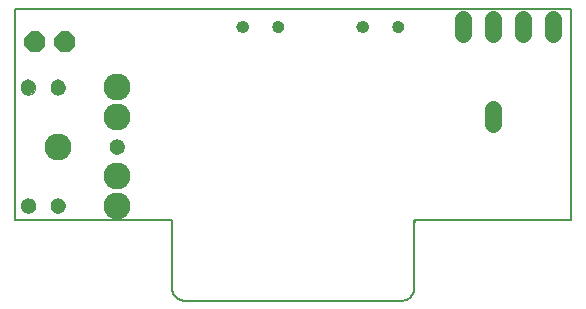
<source format=gbs>
G75*
%MOIN*%
%OFA0B0*%
%FSLAX25Y25*%
%IPPOS*%
%LPD*%
%AMOC8*
5,1,8,0,0,1.08239X$1,22.5*
%
%ADD10C,0.00004*%
%ADD11C,0.00600*%
%ADD12C,0.09000*%
%ADD13C,0.00000*%
%ADD14C,0.05124*%
%ADD15OC8,0.07000*%
%ADD16C,0.03943*%
%ADD17C,0.05600*%
D10*
X0145979Y0053933D02*
X0145891Y0054433D01*
D11*
X0065091Y0054433D02*
X0065091Y0032433D01*
X0065079Y0032301D01*
X0065072Y0032169D01*
X0065068Y0032036D01*
X0065069Y0031904D01*
X0065073Y0031771D01*
X0065081Y0031639D01*
X0065093Y0031507D01*
X0065109Y0031375D01*
X0065129Y0031244D01*
X0065153Y0031114D01*
X0065181Y0030984D01*
X0065212Y0030855D01*
X0065248Y0030727D01*
X0065287Y0030601D01*
X0065330Y0030475D01*
X0065376Y0030351D01*
X0065426Y0030229D01*
X0065480Y0030107D01*
X0065538Y0029988D01*
X0065598Y0029870D01*
X0065663Y0029754D01*
X0065731Y0029640D01*
X0065802Y0029528D01*
X0065876Y0029419D01*
X0065954Y0029311D01*
X0066034Y0029206D01*
X0066118Y0029103D01*
X0066205Y0029003D01*
X0066295Y0028906D01*
X0066387Y0028811D01*
X0066483Y0028719D01*
X0066581Y0028630D01*
X0066682Y0028543D01*
X0066785Y0028460D01*
X0066890Y0028380D01*
X0066998Y0028303D01*
X0067108Y0028229D01*
X0067221Y0028159D01*
X0067335Y0028092D01*
X0067451Y0028028D01*
X0067570Y0027968D01*
X0067689Y0027911D01*
X0067811Y0027858D01*
X0067934Y0027809D01*
X0068058Y0027763D01*
X0068184Y0027721D01*
X0068311Y0027682D01*
X0068439Y0027648D01*
X0068568Y0027617D01*
X0068698Y0027590D01*
X0068828Y0027567D01*
X0068959Y0027548D01*
X0069091Y0027533D01*
X0141891Y0027533D01*
X0142023Y0027548D01*
X0142154Y0027567D01*
X0142284Y0027590D01*
X0142414Y0027617D01*
X0142543Y0027648D01*
X0142671Y0027682D01*
X0142798Y0027721D01*
X0142924Y0027763D01*
X0143048Y0027809D01*
X0143171Y0027858D01*
X0143293Y0027911D01*
X0143412Y0027968D01*
X0143531Y0028028D01*
X0143647Y0028092D01*
X0143761Y0028159D01*
X0143874Y0028229D01*
X0143984Y0028303D01*
X0144092Y0028380D01*
X0144197Y0028460D01*
X0144300Y0028543D01*
X0144401Y0028630D01*
X0144499Y0028719D01*
X0144595Y0028811D01*
X0144687Y0028906D01*
X0144777Y0029003D01*
X0144864Y0029103D01*
X0144948Y0029206D01*
X0145028Y0029311D01*
X0145106Y0029419D01*
X0145180Y0029528D01*
X0145251Y0029640D01*
X0145319Y0029754D01*
X0145384Y0029870D01*
X0145444Y0029988D01*
X0145502Y0030107D01*
X0145556Y0030229D01*
X0145606Y0030351D01*
X0145652Y0030475D01*
X0145695Y0030601D01*
X0145734Y0030727D01*
X0145770Y0030855D01*
X0145801Y0030984D01*
X0145829Y0031114D01*
X0145853Y0031244D01*
X0145873Y0031375D01*
X0145889Y0031507D01*
X0145901Y0031639D01*
X0145909Y0031771D01*
X0145913Y0031904D01*
X0145914Y0032036D01*
X0145910Y0032169D01*
X0145903Y0032301D01*
X0145891Y0032433D01*
X0145891Y0054433D01*
X0198241Y0054433D01*
X0198241Y0124933D01*
X0012741Y0124933D01*
X0012741Y0054433D01*
X0065091Y0054433D01*
D12*
X0046676Y0059248D03*
X0046676Y0069091D03*
X0026991Y0078933D03*
X0046676Y0088776D03*
X0046676Y0098618D03*
D13*
X0024629Y0098618D02*
X0024631Y0098715D01*
X0024637Y0098812D01*
X0024647Y0098908D01*
X0024661Y0099004D01*
X0024679Y0099100D01*
X0024700Y0099194D01*
X0024726Y0099288D01*
X0024755Y0099380D01*
X0024789Y0099471D01*
X0024825Y0099561D01*
X0024866Y0099649D01*
X0024910Y0099735D01*
X0024958Y0099820D01*
X0025009Y0099902D01*
X0025063Y0099983D01*
X0025121Y0100061D01*
X0025182Y0100136D01*
X0025245Y0100209D01*
X0025312Y0100280D01*
X0025382Y0100347D01*
X0025454Y0100412D01*
X0025529Y0100473D01*
X0025607Y0100532D01*
X0025686Y0100587D01*
X0025768Y0100639D01*
X0025852Y0100687D01*
X0025938Y0100732D01*
X0026026Y0100774D01*
X0026115Y0100812D01*
X0026206Y0100846D01*
X0026298Y0100876D01*
X0026391Y0100903D01*
X0026486Y0100925D01*
X0026581Y0100944D01*
X0026677Y0100959D01*
X0026773Y0100970D01*
X0026870Y0100977D01*
X0026967Y0100980D01*
X0027064Y0100979D01*
X0027161Y0100974D01*
X0027257Y0100965D01*
X0027353Y0100952D01*
X0027449Y0100935D01*
X0027544Y0100914D01*
X0027637Y0100890D01*
X0027730Y0100861D01*
X0027822Y0100829D01*
X0027912Y0100793D01*
X0028000Y0100754D01*
X0028087Y0100710D01*
X0028172Y0100664D01*
X0028255Y0100613D01*
X0028336Y0100560D01*
X0028414Y0100503D01*
X0028491Y0100443D01*
X0028564Y0100380D01*
X0028635Y0100314D01*
X0028703Y0100245D01*
X0028769Y0100173D01*
X0028831Y0100099D01*
X0028890Y0100022D01*
X0028946Y0099943D01*
X0028999Y0099861D01*
X0029049Y0099778D01*
X0029094Y0099692D01*
X0029137Y0099605D01*
X0029176Y0099516D01*
X0029211Y0099426D01*
X0029242Y0099334D01*
X0029269Y0099241D01*
X0029293Y0099147D01*
X0029313Y0099052D01*
X0029329Y0098956D01*
X0029341Y0098860D01*
X0029349Y0098763D01*
X0029353Y0098666D01*
X0029353Y0098570D01*
X0029349Y0098473D01*
X0029341Y0098376D01*
X0029329Y0098280D01*
X0029313Y0098184D01*
X0029293Y0098089D01*
X0029269Y0097995D01*
X0029242Y0097902D01*
X0029211Y0097810D01*
X0029176Y0097720D01*
X0029137Y0097631D01*
X0029094Y0097544D01*
X0029049Y0097458D01*
X0028999Y0097375D01*
X0028946Y0097293D01*
X0028890Y0097214D01*
X0028831Y0097137D01*
X0028769Y0097063D01*
X0028703Y0096991D01*
X0028635Y0096922D01*
X0028564Y0096856D01*
X0028491Y0096793D01*
X0028414Y0096733D01*
X0028336Y0096676D01*
X0028255Y0096623D01*
X0028172Y0096572D01*
X0028087Y0096526D01*
X0028000Y0096482D01*
X0027912Y0096443D01*
X0027822Y0096407D01*
X0027730Y0096375D01*
X0027637Y0096346D01*
X0027544Y0096322D01*
X0027449Y0096301D01*
X0027353Y0096284D01*
X0027257Y0096271D01*
X0027161Y0096262D01*
X0027064Y0096257D01*
X0026967Y0096256D01*
X0026870Y0096259D01*
X0026773Y0096266D01*
X0026677Y0096277D01*
X0026581Y0096292D01*
X0026486Y0096311D01*
X0026391Y0096333D01*
X0026298Y0096360D01*
X0026206Y0096390D01*
X0026115Y0096424D01*
X0026026Y0096462D01*
X0025938Y0096504D01*
X0025852Y0096549D01*
X0025768Y0096597D01*
X0025686Y0096649D01*
X0025607Y0096704D01*
X0025529Y0096763D01*
X0025454Y0096824D01*
X0025382Y0096889D01*
X0025312Y0096956D01*
X0025245Y0097027D01*
X0025182Y0097100D01*
X0025121Y0097175D01*
X0025063Y0097253D01*
X0025009Y0097334D01*
X0024958Y0097416D01*
X0024910Y0097501D01*
X0024866Y0097587D01*
X0024825Y0097675D01*
X0024789Y0097765D01*
X0024755Y0097856D01*
X0024726Y0097948D01*
X0024700Y0098042D01*
X0024679Y0098136D01*
X0024661Y0098232D01*
X0024647Y0098328D01*
X0024637Y0098424D01*
X0024631Y0098521D01*
X0024629Y0098618D01*
X0014786Y0098618D02*
X0014788Y0098715D01*
X0014794Y0098812D01*
X0014804Y0098908D01*
X0014818Y0099004D01*
X0014836Y0099100D01*
X0014857Y0099194D01*
X0014883Y0099288D01*
X0014912Y0099380D01*
X0014946Y0099471D01*
X0014982Y0099561D01*
X0015023Y0099649D01*
X0015067Y0099735D01*
X0015115Y0099820D01*
X0015166Y0099902D01*
X0015220Y0099983D01*
X0015278Y0100061D01*
X0015339Y0100136D01*
X0015402Y0100209D01*
X0015469Y0100280D01*
X0015539Y0100347D01*
X0015611Y0100412D01*
X0015686Y0100473D01*
X0015764Y0100532D01*
X0015843Y0100587D01*
X0015925Y0100639D01*
X0016009Y0100687D01*
X0016095Y0100732D01*
X0016183Y0100774D01*
X0016272Y0100812D01*
X0016363Y0100846D01*
X0016455Y0100876D01*
X0016548Y0100903D01*
X0016643Y0100925D01*
X0016738Y0100944D01*
X0016834Y0100959D01*
X0016930Y0100970D01*
X0017027Y0100977D01*
X0017124Y0100980D01*
X0017221Y0100979D01*
X0017318Y0100974D01*
X0017414Y0100965D01*
X0017510Y0100952D01*
X0017606Y0100935D01*
X0017701Y0100914D01*
X0017794Y0100890D01*
X0017887Y0100861D01*
X0017979Y0100829D01*
X0018069Y0100793D01*
X0018157Y0100754D01*
X0018244Y0100710D01*
X0018329Y0100664D01*
X0018412Y0100613D01*
X0018493Y0100560D01*
X0018571Y0100503D01*
X0018648Y0100443D01*
X0018721Y0100380D01*
X0018792Y0100314D01*
X0018860Y0100245D01*
X0018926Y0100173D01*
X0018988Y0100099D01*
X0019047Y0100022D01*
X0019103Y0099943D01*
X0019156Y0099861D01*
X0019206Y0099778D01*
X0019251Y0099692D01*
X0019294Y0099605D01*
X0019333Y0099516D01*
X0019368Y0099426D01*
X0019399Y0099334D01*
X0019426Y0099241D01*
X0019450Y0099147D01*
X0019470Y0099052D01*
X0019486Y0098956D01*
X0019498Y0098860D01*
X0019506Y0098763D01*
X0019510Y0098666D01*
X0019510Y0098570D01*
X0019506Y0098473D01*
X0019498Y0098376D01*
X0019486Y0098280D01*
X0019470Y0098184D01*
X0019450Y0098089D01*
X0019426Y0097995D01*
X0019399Y0097902D01*
X0019368Y0097810D01*
X0019333Y0097720D01*
X0019294Y0097631D01*
X0019251Y0097544D01*
X0019206Y0097458D01*
X0019156Y0097375D01*
X0019103Y0097293D01*
X0019047Y0097214D01*
X0018988Y0097137D01*
X0018926Y0097063D01*
X0018860Y0096991D01*
X0018792Y0096922D01*
X0018721Y0096856D01*
X0018648Y0096793D01*
X0018571Y0096733D01*
X0018493Y0096676D01*
X0018412Y0096623D01*
X0018329Y0096572D01*
X0018244Y0096526D01*
X0018157Y0096482D01*
X0018069Y0096443D01*
X0017979Y0096407D01*
X0017887Y0096375D01*
X0017794Y0096346D01*
X0017701Y0096322D01*
X0017606Y0096301D01*
X0017510Y0096284D01*
X0017414Y0096271D01*
X0017318Y0096262D01*
X0017221Y0096257D01*
X0017124Y0096256D01*
X0017027Y0096259D01*
X0016930Y0096266D01*
X0016834Y0096277D01*
X0016738Y0096292D01*
X0016643Y0096311D01*
X0016548Y0096333D01*
X0016455Y0096360D01*
X0016363Y0096390D01*
X0016272Y0096424D01*
X0016183Y0096462D01*
X0016095Y0096504D01*
X0016009Y0096549D01*
X0015925Y0096597D01*
X0015843Y0096649D01*
X0015764Y0096704D01*
X0015686Y0096763D01*
X0015611Y0096824D01*
X0015539Y0096889D01*
X0015469Y0096956D01*
X0015402Y0097027D01*
X0015339Y0097100D01*
X0015278Y0097175D01*
X0015220Y0097253D01*
X0015166Y0097334D01*
X0015115Y0097416D01*
X0015067Y0097501D01*
X0015023Y0097587D01*
X0014982Y0097675D01*
X0014946Y0097765D01*
X0014912Y0097856D01*
X0014883Y0097948D01*
X0014857Y0098042D01*
X0014836Y0098136D01*
X0014818Y0098232D01*
X0014804Y0098328D01*
X0014794Y0098424D01*
X0014788Y0098521D01*
X0014786Y0098618D01*
X0044314Y0078933D02*
X0044316Y0079030D01*
X0044322Y0079127D01*
X0044332Y0079223D01*
X0044346Y0079319D01*
X0044364Y0079415D01*
X0044385Y0079509D01*
X0044411Y0079603D01*
X0044440Y0079695D01*
X0044474Y0079786D01*
X0044510Y0079876D01*
X0044551Y0079964D01*
X0044595Y0080050D01*
X0044643Y0080135D01*
X0044694Y0080217D01*
X0044748Y0080298D01*
X0044806Y0080376D01*
X0044867Y0080451D01*
X0044930Y0080524D01*
X0044997Y0080595D01*
X0045067Y0080662D01*
X0045139Y0080727D01*
X0045214Y0080788D01*
X0045292Y0080847D01*
X0045371Y0080902D01*
X0045453Y0080954D01*
X0045537Y0081002D01*
X0045623Y0081047D01*
X0045711Y0081089D01*
X0045800Y0081127D01*
X0045891Y0081161D01*
X0045983Y0081191D01*
X0046076Y0081218D01*
X0046171Y0081240D01*
X0046266Y0081259D01*
X0046362Y0081274D01*
X0046458Y0081285D01*
X0046555Y0081292D01*
X0046652Y0081295D01*
X0046749Y0081294D01*
X0046846Y0081289D01*
X0046942Y0081280D01*
X0047038Y0081267D01*
X0047134Y0081250D01*
X0047229Y0081229D01*
X0047322Y0081205D01*
X0047415Y0081176D01*
X0047507Y0081144D01*
X0047597Y0081108D01*
X0047685Y0081069D01*
X0047772Y0081025D01*
X0047857Y0080979D01*
X0047940Y0080928D01*
X0048021Y0080875D01*
X0048099Y0080818D01*
X0048176Y0080758D01*
X0048249Y0080695D01*
X0048320Y0080629D01*
X0048388Y0080560D01*
X0048454Y0080488D01*
X0048516Y0080414D01*
X0048575Y0080337D01*
X0048631Y0080258D01*
X0048684Y0080176D01*
X0048734Y0080093D01*
X0048779Y0080007D01*
X0048822Y0079920D01*
X0048861Y0079831D01*
X0048896Y0079741D01*
X0048927Y0079649D01*
X0048954Y0079556D01*
X0048978Y0079462D01*
X0048998Y0079367D01*
X0049014Y0079271D01*
X0049026Y0079175D01*
X0049034Y0079078D01*
X0049038Y0078981D01*
X0049038Y0078885D01*
X0049034Y0078788D01*
X0049026Y0078691D01*
X0049014Y0078595D01*
X0048998Y0078499D01*
X0048978Y0078404D01*
X0048954Y0078310D01*
X0048927Y0078217D01*
X0048896Y0078125D01*
X0048861Y0078035D01*
X0048822Y0077946D01*
X0048779Y0077859D01*
X0048734Y0077773D01*
X0048684Y0077690D01*
X0048631Y0077608D01*
X0048575Y0077529D01*
X0048516Y0077452D01*
X0048454Y0077378D01*
X0048388Y0077306D01*
X0048320Y0077237D01*
X0048249Y0077171D01*
X0048176Y0077108D01*
X0048099Y0077048D01*
X0048021Y0076991D01*
X0047940Y0076938D01*
X0047857Y0076887D01*
X0047772Y0076841D01*
X0047685Y0076797D01*
X0047597Y0076758D01*
X0047507Y0076722D01*
X0047415Y0076690D01*
X0047322Y0076661D01*
X0047229Y0076637D01*
X0047134Y0076616D01*
X0047038Y0076599D01*
X0046942Y0076586D01*
X0046846Y0076577D01*
X0046749Y0076572D01*
X0046652Y0076571D01*
X0046555Y0076574D01*
X0046458Y0076581D01*
X0046362Y0076592D01*
X0046266Y0076607D01*
X0046171Y0076626D01*
X0046076Y0076648D01*
X0045983Y0076675D01*
X0045891Y0076705D01*
X0045800Y0076739D01*
X0045711Y0076777D01*
X0045623Y0076819D01*
X0045537Y0076864D01*
X0045453Y0076912D01*
X0045371Y0076964D01*
X0045292Y0077019D01*
X0045214Y0077078D01*
X0045139Y0077139D01*
X0045067Y0077204D01*
X0044997Y0077271D01*
X0044930Y0077342D01*
X0044867Y0077415D01*
X0044806Y0077490D01*
X0044748Y0077568D01*
X0044694Y0077649D01*
X0044643Y0077731D01*
X0044595Y0077816D01*
X0044551Y0077902D01*
X0044510Y0077990D01*
X0044474Y0078080D01*
X0044440Y0078171D01*
X0044411Y0078263D01*
X0044385Y0078357D01*
X0044364Y0078451D01*
X0044346Y0078547D01*
X0044332Y0078643D01*
X0044322Y0078739D01*
X0044316Y0078836D01*
X0044314Y0078933D01*
X0024629Y0059248D02*
X0024631Y0059345D01*
X0024637Y0059442D01*
X0024647Y0059538D01*
X0024661Y0059634D01*
X0024679Y0059730D01*
X0024700Y0059824D01*
X0024726Y0059918D01*
X0024755Y0060010D01*
X0024789Y0060101D01*
X0024825Y0060191D01*
X0024866Y0060279D01*
X0024910Y0060365D01*
X0024958Y0060450D01*
X0025009Y0060532D01*
X0025063Y0060613D01*
X0025121Y0060691D01*
X0025182Y0060766D01*
X0025245Y0060839D01*
X0025312Y0060910D01*
X0025382Y0060977D01*
X0025454Y0061042D01*
X0025529Y0061103D01*
X0025607Y0061162D01*
X0025686Y0061217D01*
X0025768Y0061269D01*
X0025852Y0061317D01*
X0025938Y0061362D01*
X0026026Y0061404D01*
X0026115Y0061442D01*
X0026206Y0061476D01*
X0026298Y0061506D01*
X0026391Y0061533D01*
X0026486Y0061555D01*
X0026581Y0061574D01*
X0026677Y0061589D01*
X0026773Y0061600D01*
X0026870Y0061607D01*
X0026967Y0061610D01*
X0027064Y0061609D01*
X0027161Y0061604D01*
X0027257Y0061595D01*
X0027353Y0061582D01*
X0027449Y0061565D01*
X0027544Y0061544D01*
X0027637Y0061520D01*
X0027730Y0061491D01*
X0027822Y0061459D01*
X0027912Y0061423D01*
X0028000Y0061384D01*
X0028087Y0061340D01*
X0028172Y0061294D01*
X0028255Y0061243D01*
X0028336Y0061190D01*
X0028414Y0061133D01*
X0028491Y0061073D01*
X0028564Y0061010D01*
X0028635Y0060944D01*
X0028703Y0060875D01*
X0028769Y0060803D01*
X0028831Y0060729D01*
X0028890Y0060652D01*
X0028946Y0060573D01*
X0028999Y0060491D01*
X0029049Y0060408D01*
X0029094Y0060322D01*
X0029137Y0060235D01*
X0029176Y0060146D01*
X0029211Y0060056D01*
X0029242Y0059964D01*
X0029269Y0059871D01*
X0029293Y0059777D01*
X0029313Y0059682D01*
X0029329Y0059586D01*
X0029341Y0059490D01*
X0029349Y0059393D01*
X0029353Y0059296D01*
X0029353Y0059200D01*
X0029349Y0059103D01*
X0029341Y0059006D01*
X0029329Y0058910D01*
X0029313Y0058814D01*
X0029293Y0058719D01*
X0029269Y0058625D01*
X0029242Y0058532D01*
X0029211Y0058440D01*
X0029176Y0058350D01*
X0029137Y0058261D01*
X0029094Y0058174D01*
X0029049Y0058088D01*
X0028999Y0058005D01*
X0028946Y0057923D01*
X0028890Y0057844D01*
X0028831Y0057767D01*
X0028769Y0057693D01*
X0028703Y0057621D01*
X0028635Y0057552D01*
X0028564Y0057486D01*
X0028491Y0057423D01*
X0028414Y0057363D01*
X0028336Y0057306D01*
X0028255Y0057253D01*
X0028172Y0057202D01*
X0028087Y0057156D01*
X0028000Y0057112D01*
X0027912Y0057073D01*
X0027822Y0057037D01*
X0027730Y0057005D01*
X0027637Y0056976D01*
X0027544Y0056952D01*
X0027449Y0056931D01*
X0027353Y0056914D01*
X0027257Y0056901D01*
X0027161Y0056892D01*
X0027064Y0056887D01*
X0026967Y0056886D01*
X0026870Y0056889D01*
X0026773Y0056896D01*
X0026677Y0056907D01*
X0026581Y0056922D01*
X0026486Y0056941D01*
X0026391Y0056963D01*
X0026298Y0056990D01*
X0026206Y0057020D01*
X0026115Y0057054D01*
X0026026Y0057092D01*
X0025938Y0057134D01*
X0025852Y0057179D01*
X0025768Y0057227D01*
X0025686Y0057279D01*
X0025607Y0057334D01*
X0025529Y0057393D01*
X0025454Y0057454D01*
X0025382Y0057519D01*
X0025312Y0057586D01*
X0025245Y0057657D01*
X0025182Y0057730D01*
X0025121Y0057805D01*
X0025063Y0057883D01*
X0025009Y0057964D01*
X0024958Y0058046D01*
X0024910Y0058131D01*
X0024866Y0058217D01*
X0024825Y0058305D01*
X0024789Y0058395D01*
X0024755Y0058486D01*
X0024726Y0058578D01*
X0024700Y0058672D01*
X0024679Y0058766D01*
X0024661Y0058862D01*
X0024647Y0058958D01*
X0024637Y0059054D01*
X0024631Y0059151D01*
X0024629Y0059248D01*
X0014786Y0059248D02*
X0014788Y0059345D01*
X0014794Y0059442D01*
X0014804Y0059538D01*
X0014818Y0059634D01*
X0014836Y0059730D01*
X0014857Y0059824D01*
X0014883Y0059918D01*
X0014912Y0060010D01*
X0014946Y0060101D01*
X0014982Y0060191D01*
X0015023Y0060279D01*
X0015067Y0060365D01*
X0015115Y0060450D01*
X0015166Y0060532D01*
X0015220Y0060613D01*
X0015278Y0060691D01*
X0015339Y0060766D01*
X0015402Y0060839D01*
X0015469Y0060910D01*
X0015539Y0060977D01*
X0015611Y0061042D01*
X0015686Y0061103D01*
X0015764Y0061162D01*
X0015843Y0061217D01*
X0015925Y0061269D01*
X0016009Y0061317D01*
X0016095Y0061362D01*
X0016183Y0061404D01*
X0016272Y0061442D01*
X0016363Y0061476D01*
X0016455Y0061506D01*
X0016548Y0061533D01*
X0016643Y0061555D01*
X0016738Y0061574D01*
X0016834Y0061589D01*
X0016930Y0061600D01*
X0017027Y0061607D01*
X0017124Y0061610D01*
X0017221Y0061609D01*
X0017318Y0061604D01*
X0017414Y0061595D01*
X0017510Y0061582D01*
X0017606Y0061565D01*
X0017701Y0061544D01*
X0017794Y0061520D01*
X0017887Y0061491D01*
X0017979Y0061459D01*
X0018069Y0061423D01*
X0018157Y0061384D01*
X0018244Y0061340D01*
X0018329Y0061294D01*
X0018412Y0061243D01*
X0018493Y0061190D01*
X0018571Y0061133D01*
X0018648Y0061073D01*
X0018721Y0061010D01*
X0018792Y0060944D01*
X0018860Y0060875D01*
X0018926Y0060803D01*
X0018988Y0060729D01*
X0019047Y0060652D01*
X0019103Y0060573D01*
X0019156Y0060491D01*
X0019206Y0060408D01*
X0019251Y0060322D01*
X0019294Y0060235D01*
X0019333Y0060146D01*
X0019368Y0060056D01*
X0019399Y0059964D01*
X0019426Y0059871D01*
X0019450Y0059777D01*
X0019470Y0059682D01*
X0019486Y0059586D01*
X0019498Y0059490D01*
X0019506Y0059393D01*
X0019510Y0059296D01*
X0019510Y0059200D01*
X0019506Y0059103D01*
X0019498Y0059006D01*
X0019486Y0058910D01*
X0019470Y0058814D01*
X0019450Y0058719D01*
X0019426Y0058625D01*
X0019399Y0058532D01*
X0019368Y0058440D01*
X0019333Y0058350D01*
X0019294Y0058261D01*
X0019251Y0058174D01*
X0019206Y0058088D01*
X0019156Y0058005D01*
X0019103Y0057923D01*
X0019047Y0057844D01*
X0018988Y0057767D01*
X0018926Y0057693D01*
X0018860Y0057621D01*
X0018792Y0057552D01*
X0018721Y0057486D01*
X0018648Y0057423D01*
X0018571Y0057363D01*
X0018493Y0057306D01*
X0018412Y0057253D01*
X0018329Y0057202D01*
X0018244Y0057156D01*
X0018157Y0057112D01*
X0018069Y0057073D01*
X0017979Y0057037D01*
X0017887Y0057005D01*
X0017794Y0056976D01*
X0017701Y0056952D01*
X0017606Y0056931D01*
X0017510Y0056914D01*
X0017414Y0056901D01*
X0017318Y0056892D01*
X0017221Y0056887D01*
X0017124Y0056886D01*
X0017027Y0056889D01*
X0016930Y0056896D01*
X0016834Y0056907D01*
X0016738Y0056922D01*
X0016643Y0056941D01*
X0016548Y0056963D01*
X0016455Y0056990D01*
X0016363Y0057020D01*
X0016272Y0057054D01*
X0016183Y0057092D01*
X0016095Y0057134D01*
X0016009Y0057179D01*
X0015925Y0057227D01*
X0015843Y0057279D01*
X0015764Y0057334D01*
X0015686Y0057393D01*
X0015611Y0057454D01*
X0015539Y0057519D01*
X0015469Y0057586D01*
X0015402Y0057657D01*
X0015339Y0057730D01*
X0015278Y0057805D01*
X0015220Y0057883D01*
X0015166Y0057964D01*
X0015115Y0058046D01*
X0015067Y0058131D01*
X0015023Y0058217D01*
X0014982Y0058305D01*
X0014946Y0058395D01*
X0014912Y0058486D01*
X0014883Y0058578D01*
X0014857Y0058672D01*
X0014836Y0058766D01*
X0014818Y0058862D01*
X0014804Y0058958D01*
X0014794Y0059054D01*
X0014788Y0059151D01*
X0014786Y0059248D01*
X0086813Y0118933D02*
X0086815Y0119017D01*
X0086821Y0119100D01*
X0086831Y0119183D01*
X0086845Y0119266D01*
X0086862Y0119348D01*
X0086884Y0119429D01*
X0086909Y0119508D01*
X0086938Y0119587D01*
X0086971Y0119664D01*
X0087007Y0119739D01*
X0087047Y0119813D01*
X0087090Y0119885D01*
X0087137Y0119954D01*
X0087187Y0120021D01*
X0087240Y0120086D01*
X0087296Y0120148D01*
X0087354Y0120208D01*
X0087416Y0120265D01*
X0087480Y0120318D01*
X0087547Y0120369D01*
X0087616Y0120416D01*
X0087687Y0120461D01*
X0087760Y0120501D01*
X0087835Y0120538D01*
X0087912Y0120572D01*
X0087990Y0120602D01*
X0088069Y0120628D01*
X0088150Y0120651D01*
X0088232Y0120669D01*
X0088314Y0120684D01*
X0088397Y0120695D01*
X0088480Y0120702D01*
X0088564Y0120705D01*
X0088648Y0120704D01*
X0088731Y0120699D01*
X0088815Y0120690D01*
X0088897Y0120677D01*
X0088979Y0120661D01*
X0089060Y0120640D01*
X0089141Y0120616D01*
X0089219Y0120588D01*
X0089297Y0120556D01*
X0089373Y0120520D01*
X0089447Y0120481D01*
X0089519Y0120439D01*
X0089589Y0120393D01*
X0089657Y0120344D01*
X0089722Y0120292D01*
X0089785Y0120237D01*
X0089845Y0120179D01*
X0089903Y0120118D01*
X0089957Y0120054D01*
X0090009Y0119988D01*
X0090057Y0119920D01*
X0090102Y0119849D01*
X0090143Y0119776D01*
X0090182Y0119702D01*
X0090216Y0119626D01*
X0090247Y0119548D01*
X0090274Y0119469D01*
X0090298Y0119388D01*
X0090317Y0119307D01*
X0090333Y0119225D01*
X0090345Y0119142D01*
X0090353Y0119058D01*
X0090357Y0118975D01*
X0090357Y0118891D01*
X0090353Y0118808D01*
X0090345Y0118724D01*
X0090333Y0118641D01*
X0090317Y0118559D01*
X0090298Y0118478D01*
X0090274Y0118397D01*
X0090247Y0118318D01*
X0090216Y0118240D01*
X0090182Y0118164D01*
X0090143Y0118090D01*
X0090102Y0118017D01*
X0090057Y0117946D01*
X0090009Y0117878D01*
X0089957Y0117812D01*
X0089903Y0117748D01*
X0089845Y0117687D01*
X0089785Y0117629D01*
X0089722Y0117574D01*
X0089657Y0117522D01*
X0089589Y0117473D01*
X0089519Y0117427D01*
X0089447Y0117385D01*
X0089373Y0117346D01*
X0089297Y0117310D01*
X0089219Y0117278D01*
X0089141Y0117250D01*
X0089060Y0117226D01*
X0088979Y0117205D01*
X0088897Y0117189D01*
X0088815Y0117176D01*
X0088731Y0117167D01*
X0088648Y0117162D01*
X0088564Y0117161D01*
X0088480Y0117164D01*
X0088397Y0117171D01*
X0088314Y0117182D01*
X0088232Y0117197D01*
X0088150Y0117215D01*
X0088069Y0117238D01*
X0087990Y0117264D01*
X0087912Y0117294D01*
X0087835Y0117328D01*
X0087760Y0117365D01*
X0087687Y0117405D01*
X0087616Y0117450D01*
X0087547Y0117497D01*
X0087480Y0117548D01*
X0087416Y0117601D01*
X0087354Y0117658D01*
X0087296Y0117718D01*
X0087240Y0117780D01*
X0087187Y0117845D01*
X0087137Y0117912D01*
X0087090Y0117981D01*
X0087047Y0118053D01*
X0087007Y0118127D01*
X0086971Y0118202D01*
X0086938Y0118279D01*
X0086909Y0118358D01*
X0086884Y0118437D01*
X0086862Y0118518D01*
X0086845Y0118600D01*
X0086831Y0118683D01*
X0086821Y0118766D01*
X0086815Y0118849D01*
X0086813Y0118933D01*
X0098624Y0118933D02*
X0098626Y0119017D01*
X0098632Y0119100D01*
X0098642Y0119183D01*
X0098656Y0119266D01*
X0098673Y0119348D01*
X0098695Y0119429D01*
X0098720Y0119508D01*
X0098749Y0119587D01*
X0098782Y0119664D01*
X0098818Y0119739D01*
X0098858Y0119813D01*
X0098901Y0119885D01*
X0098948Y0119954D01*
X0098998Y0120021D01*
X0099051Y0120086D01*
X0099107Y0120148D01*
X0099165Y0120208D01*
X0099227Y0120265D01*
X0099291Y0120318D01*
X0099358Y0120369D01*
X0099427Y0120416D01*
X0099498Y0120461D01*
X0099571Y0120501D01*
X0099646Y0120538D01*
X0099723Y0120572D01*
X0099801Y0120602D01*
X0099880Y0120628D01*
X0099961Y0120651D01*
X0100043Y0120669D01*
X0100125Y0120684D01*
X0100208Y0120695D01*
X0100291Y0120702D01*
X0100375Y0120705D01*
X0100459Y0120704D01*
X0100542Y0120699D01*
X0100626Y0120690D01*
X0100708Y0120677D01*
X0100790Y0120661D01*
X0100871Y0120640D01*
X0100952Y0120616D01*
X0101030Y0120588D01*
X0101108Y0120556D01*
X0101184Y0120520D01*
X0101258Y0120481D01*
X0101330Y0120439D01*
X0101400Y0120393D01*
X0101468Y0120344D01*
X0101533Y0120292D01*
X0101596Y0120237D01*
X0101656Y0120179D01*
X0101714Y0120118D01*
X0101768Y0120054D01*
X0101820Y0119988D01*
X0101868Y0119920D01*
X0101913Y0119849D01*
X0101954Y0119776D01*
X0101993Y0119702D01*
X0102027Y0119626D01*
X0102058Y0119548D01*
X0102085Y0119469D01*
X0102109Y0119388D01*
X0102128Y0119307D01*
X0102144Y0119225D01*
X0102156Y0119142D01*
X0102164Y0119058D01*
X0102168Y0118975D01*
X0102168Y0118891D01*
X0102164Y0118808D01*
X0102156Y0118724D01*
X0102144Y0118641D01*
X0102128Y0118559D01*
X0102109Y0118478D01*
X0102085Y0118397D01*
X0102058Y0118318D01*
X0102027Y0118240D01*
X0101993Y0118164D01*
X0101954Y0118090D01*
X0101913Y0118017D01*
X0101868Y0117946D01*
X0101820Y0117878D01*
X0101768Y0117812D01*
X0101714Y0117748D01*
X0101656Y0117687D01*
X0101596Y0117629D01*
X0101533Y0117574D01*
X0101468Y0117522D01*
X0101400Y0117473D01*
X0101330Y0117427D01*
X0101258Y0117385D01*
X0101184Y0117346D01*
X0101108Y0117310D01*
X0101030Y0117278D01*
X0100952Y0117250D01*
X0100871Y0117226D01*
X0100790Y0117205D01*
X0100708Y0117189D01*
X0100626Y0117176D01*
X0100542Y0117167D01*
X0100459Y0117162D01*
X0100375Y0117161D01*
X0100291Y0117164D01*
X0100208Y0117171D01*
X0100125Y0117182D01*
X0100043Y0117197D01*
X0099961Y0117215D01*
X0099880Y0117238D01*
X0099801Y0117264D01*
X0099723Y0117294D01*
X0099646Y0117328D01*
X0099571Y0117365D01*
X0099498Y0117405D01*
X0099427Y0117450D01*
X0099358Y0117497D01*
X0099291Y0117548D01*
X0099227Y0117601D01*
X0099165Y0117658D01*
X0099107Y0117718D01*
X0099051Y0117780D01*
X0098998Y0117845D01*
X0098948Y0117912D01*
X0098901Y0117981D01*
X0098858Y0118053D01*
X0098818Y0118127D01*
X0098782Y0118202D01*
X0098749Y0118279D01*
X0098720Y0118358D01*
X0098695Y0118437D01*
X0098673Y0118518D01*
X0098656Y0118600D01*
X0098642Y0118683D01*
X0098632Y0118766D01*
X0098626Y0118849D01*
X0098624Y0118933D01*
X0126813Y0118933D02*
X0126815Y0119017D01*
X0126821Y0119100D01*
X0126831Y0119183D01*
X0126845Y0119266D01*
X0126862Y0119348D01*
X0126884Y0119429D01*
X0126909Y0119508D01*
X0126938Y0119587D01*
X0126971Y0119664D01*
X0127007Y0119739D01*
X0127047Y0119813D01*
X0127090Y0119885D01*
X0127137Y0119954D01*
X0127187Y0120021D01*
X0127240Y0120086D01*
X0127296Y0120148D01*
X0127354Y0120208D01*
X0127416Y0120265D01*
X0127480Y0120318D01*
X0127547Y0120369D01*
X0127616Y0120416D01*
X0127687Y0120461D01*
X0127760Y0120501D01*
X0127835Y0120538D01*
X0127912Y0120572D01*
X0127990Y0120602D01*
X0128069Y0120628D01*
X0128150Y0120651D01*
X0128232Y0120669D01*
X0128314Y0120684D01*
X0128397Y0120695D01*
X0128480Y0120702D01*
X0128564Y0120705D01*
X0128648Y0120704D01*
X0128731Y0120699D01*
X0128815Y0120690D01*
X0128897Y0120677D01*
X0128979Y0120661D01*
X0129060Y0120640D01*
X0129141Y0120616D01*
X0129219Y0120588D01*
X0129297Y0120556D01*
X0129373Y0120520D01*
X0129447Y0120481D01*
X0129519Y0120439D01*
X0129589Y0120393D01*
X0129657Y0120344D01*
X0129722Y0120292D01*
X0129785Y0120237D01*
X0129845Y0120179D01*
X0129903Y0120118D01*
X0129957Y0120054D01*
X0130009Y0119988D01*
X0130057Y0119920D01*
X0130102Y0119849D01*
X0130143Y0119776D01*
X0130182Y0119702D01*
X0130216Y0119626D01*
X0130247Y0119548D01*
X0130274Y0119469D01*
X0130298Y0119388D01*
X0130317Y0119307D01*
X0130333Y0119225D01*
X0130345Y0119142D01*
X0130353Y0119058D01*
X0130357Y0118975D01*
X0130357Y0118891D01*
X0130353Y0118808D01*
X0130345Y0118724D01*
X0130333Y0118641D01*
X0130317Y0118559D01*
X0130298Y0118478D01*
X0130274Y0118397D01*
X0130247Y0118318D01*
X0130216Y0118240D01*
X0130182Y0118164D01*
X0130143Y0118090D01*
X0130102Y0118017D01*
X0130057Y0117946D01*
X0130009Y0117878D01*
X0129957Y0117812D01*
X0129903Y0117748D01*
X0129845Y0117687D01*
X0129785Y0117629D01*
X0129722Y0117574D01*
X0129657Y0117522D01*
X0129589Y0117473D01*
X0129519Y0117427D01*
X0129447Y0117385D01*
X0129373Y0117346D01*
X0129297Y0117310D01*
X0129219Y0117278D01*
X0129141Y0117250D01*
X0129060Y0117226D01*
X0128979Y0117205D01*
X0128897Y0117189D01*
X0128815Y0117176D01*
X0128731Y0117167D01*
X0128648Y0117162D01*
X0128564Y0117161D01*
X0128480Y0117164D01*
X0128397Y0117171D01*
X0128314Y0117182D01*
X0128232Y0117197D01*
X0128150Y0117215D01*
X0128069Y0117238D01*
X0127990Y0117264D01*
X0127912Y0117294D01*
X0127835Y0117328D01*
X0127760Y0117365D01*
X0127687Y0117405D01*
X0127616Y0117450D01*
X0127547Y0117497D01*
X0127480Y0117548D01*
X0127416Y0117601D01*
X0127354Y0117658D01*
X0127296Y0117718D01*
X0127240Y0117780D01*
X0127187Y0117845D01*
X0127137Y0117912D01*
X0127090Y0117981D01*
X0127047Y0118053D01*
X0127007Y0118127D01*
X0126971Y0118202D01*
X0126938Y0118279D01*
X0126909Y0118358D01*
X0126884Y0118437D01*
X0126862Y0118518D01*
X0126845Y0118600D01*
X0126831Y0118683D01*
X0126821Y0118766D01*
X0126815Y0118849D01*
X0126813Y0118933D01*
X0138624Y0118933D02*
X0138626Y0119017D01*
X0138632Y0119100D01*
X0138642Y0119183D01*
X0138656Y0119266D01*
X0138673Y0119348D01*
X0138695Y0119429D01*
X0138720Y0119508D01*
X0138749Y0119587D01*
X0138782Y0119664D01*
X0138818Y0119739D01*
X0138858Y0119813D01*
X0138901Y0119885D01*
X0138948Y0119954D01*
X0138998Y0120021D01*
X0139051Y0120086D01*
X0139107Y0120148D01*
X0139165Y0120208D01*
X0139227Y0120265D01*
X0139291Y0120318D01*
X0139358Y0120369D01*
X0139427Y0120416D01*
X0139498Y0120461D01*
X0139571Y0120501D01*
X0139646Y0120538D01*
X0139723Y0120572D01*
X0139801Y0120602D01*
X0139880Y0120628D01*
X0139961Y0120651D01*
X0140043Y0120669D01*
X0140125Y0120684D01*
X0140208Y0120695D01*
X0140291Y0120702D01*
X0140375Y0120705D01*
X0140459Y0120704D01*
X0140542Y0120699D01*
X0140626Y0120690D01*
X0140708Y0120677D01*
X0140790Y0120661D01*
X0140871Y0120640D01*
X0140952Y0120616D01*
X0141030Y0120588D01*
X0141108Y0120556D01*
X0141184Y0120520D01*
X0141258Y0120481D01*
X0141330Y0120439D01*
X0141400Y0120393D01*
X0141468Y0120344D01*
X0141533Y0120292D01*
X0141596Y0120237D01*
X0141656Y0120179D01*
X0141714Y0120118D01*
X0141768Y0120054D01*
X0141820Y0119988D01*
X0141868Y0119920D01*
X0141913Y0119849D01*
X0141954Y0119776D01*
X0141993Y0119702D01*
X0142027Y0119626D01*
X0142058Y0119548D01*
X0142085Y0119469D01*
X0142109Y0119388D01*
X0142128Y0119307D01*
X0142144Y0119225D01*
X0142156Y0119142D01*
X0142164Y0119058D01*
X0142168Y0118975D01*
X0142168Y0118891D01*
X0142164Y0118808D01*
X0142156Y0118724D01*
X0142144Y0118641D01*
X0142128Y0118559D01*
X0142109Y0118478D01*
X0142085Y0118397D01*
X0142058Y0118318D01*
X0142027Y0118240D01*
X0141993Y0118164D01*
X0141954Y0118090D01*
X0141913Y0118017D01*
X0141868Y0117946D01*
X0141820Y0117878D01*
X0141768Y0117812D01*
X0141714Y0117748D01*
X0141656Y0117687D01*
X0141596Y0117629D01*
X0141533Y0117574D01*
X0141468Y0117522D01*
X0141400Y0117473D01*
X0141330Y0117427D01*
X0141258Y0117385D01*
X0141184Y0117346D01*
X0141108Y0117310D01*
X0141030Y0117278D01*
X0140952Y0117250D01*
X0140871Y0117226D01*
X0140790Y0117205D01*
X0140708Y0117189D01*
X0140626Y0117176D01*
X0140542Y0117167D01*
X0140459Y0117162D01*
X0140375Y0117161D01*
X0140291Y0117164D01*
X0140208Y0117171D01*
X0140125Y0117182D01*
X0140043Y0117197D01*
X0139961Y0117215D01*
X0139880Y0117238D01*
X0139801Y0117264D01*
X0139723Y0117294D01*
X0139646Y0117328D01*
X0139571Y0117365D01*
X0139498Y0117405D01*
X0139427Y0117450D01*
X0139358Y0117497D01*
X0139291Y0117548D01*
X0139227Y0117601D01*
X0139165Y0117658D01*
X0139107Y0117718D01*
X0139051Y0117780D01*
X0138998Y0117845D01*
X0138948Y0117912D01*
X0138901Y0117981D01*
X0138858Y0118053D01*
X0138818Y0118127D01*
X0138782Y0118202D01*
X0138749Y0118279D01*
X0138720Y0118358D01*
X0138695Y0118437D01*
X0138673Y0118518D01*
X0138656Y0118600D01*
X0138642Y0118683D01*
X0138632Y0118766D01*
X0138626Y0118849D01*
X0138624Y0118933D01*
D14*
X0046676Y0078933D03*
X0026991Y0059248D03*
X0017148Y0059248D03*
X0017148Y0098618D03*
X0026991Y0098618D03*
D15*
X0029491Y0113933D03*
X0019491Y0113933D03*
D16*
X0088585Y0118933D03*
X0100396Y0118933D03*
X0128585Y0118933D03*
X0140396Y0118933D03*
D17*
X0161991Y0121533D02*
X0161991Y0116333D01*
X0171991Y0116333D02*
X0171991Y0121533D01*
X0181991Y0121533D02*
X0181991Y0116333D01*
X0191991Y0116333D02*
X0191991Y0121533D01*
X0171991Y0091533D02*
X0171991Y0086333D01*
M02*

</source>
